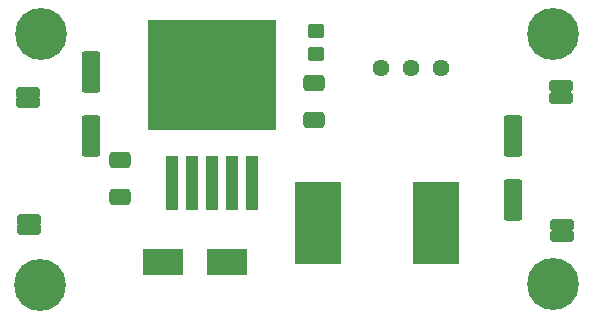
<source format=gbr>
%TF.GenerationSoftware,KiCad,Pcbnew,(6.0.7-1)-1*%
%TF.CreationDate,2022-10-26T21:12:01+02:00*%
%TF.ProjectId,Modulo_LM2596S,4d6f6475-6c6f-45f4-9c4d-32353936532e,rev?*%
%TF.SameCoordinates,Original*%
%TF.FileFunction,Soldermask,Top*%
%TF.FilePolarity,Negative*%
%FSLAX46Y46*%
G04 Gerber Fmt 4.6, Leading zero omitted, Abs format (unit mm)*
G04 Created by KiCad (PCBNEW (6.0.7-1)-1) date 2022-10-26 21:12:01*
%MOMM*%
%LPD*%
G01*
G04 APERTURE LIST*
G04 Aperture macros list*
%AMRoundRect*
0 Rectangle with rounded corners*
0 $1 Rounding radius*
0 $2 $3 $4 $5 $6 $7 $8 $9 X,Y pos of 4 corners*
0 Add a 4 corners polygon primitive as box body*
4,1,4,$2,$3,$4,$5,$6,$7,$8,$9,$2,$3,0*
0 Add four circle primitives for the rounded corners*
1,1,$1+$1,$2,$3*
1,1,$1+$1,$4,$5*
1,1,$1+$1,$6,$7*
1,1,$1+$1,$8,$9*
0 Add four rect primitives between the rounded corners*
20,1,$1+$1,$2,$3,$4,$5,0*
20,1,$1+$1,$4,$5,$6,$7,0*
20,1,$1+$1,$6,$7,$8,$9,0*
20,1,$1+$1,$8,$9,$2,$3,0*%
G04 Aperture macros list end*
%ADD10R,1.100000X4.600000*%
%ADD11R,10.800000X9.400000*%
%ADD12C,0.700000*%
%ADD13C,4.400000*%
%ADD14RoundRect,0.250000X0.750000X-0.250000X0.750000X0.250000X-0.750000X0.250000X-0.750000X-0.250000X0*%
%ADD15C,1.440000*%
%ADD16RoundRect,0.250000X-0.650000X0.412500X-0.650000X-0.412500X0.650000X-0.412500X0.650000X0.412500X0*%
%ADD17RoundRect,0.250000X-0.550000X1.500000X-0.550000X-1.500000X0.550000X-1.500000X0.550000X1.500000X0*%
%ADD18RoundRect,0.250000X0.450000X-0.350000X0.450000X0.350000X-0.450000X0.350000X-0.450000X-0.350000X0*%
%ADD19RoundRect,0.250000X-0.750000X0.250000X-0.750000X-0.250000X0.750000X-0.250000X0.750000X0.250000X0*%
%ADD20R,3.500000X2.300000*%
%ADD21R,4.000000X7.000000*%
G04 APERTURE END LIST*
D10*
%TO.C,U101*%
X165725000Y-83725000D03*
X167425000Y-83725000D03*
X169125000Y-83725000D03*
D11*
X169125000Y-74575000D03*
D10*
X170825000Y-83725000D03*
X172525000Y-83725000D03*
%TD*%
D12*
%TO.C,H104*%
X196783274Y-91133274D03*
X197950000Y-93950000D03*
D13*
X197950000Y-92300000D03*
D12*
X199116726Y-91133274D03*
X196783274Y-93466726D03*
X199600000Y-92300000D03*
X196300000Y-92300000D03*
X197950000Y-90650000D03*
X199116726Y-93466726D03*
%TD*%
%TO.C,H101*%
X153433274Y-69983274D03*
X154600000Y-72800000D03*
X155766726Y-69983274D03*
X153433274Y-72316726D03*
D13*
X154600000Y-71150000D03*
D12*
X156250000Y-71150000D03*
X154600000Y-69500000D03*
X152950000Y-71150000D03*
X155766726Y-72316726D03*
%TD*%
D14*
%TO.C,J106*%
X198700000Y-88200000D03*
%TD*%
%TO.C,J101*%
X153550000Y-76150000D03*
%TD*%
%TO.C,J108*%
X153600000Y-87650000D03*
%TD*%
D12*
%TO.C,H102*%
X196833274Y-69933274D03*
D13*
X198000000Y-71100000D03*
D12*
X196350000Y-71100000D03*
X199166726Y-69933274D03*
X199650000Y-71100000D03*
X199166726Y-72266726D03*
X198000000Y-69450000D03*
X198000000Y-72750000D03*
X196833274Y-72266726D03*
%TD*%
D14*
%TO.C,J103*%
X198650000Y-75550000D03*
%TD*%
D15*
%TO.C,RV101*%
X183425000Y-74025000D03*
X185965000Y-74025000D03*
X188505000Y-74025000D03*
%TD*%
D16*
%TO.C,C102*%
X161350000Y-81812500D03*
X161350000Y-84937500D03*
%TD*%
D17*
%TO.C,C101*%
X158900000Y-74350000D03*
X158900000Y-79750000D03*
%TD*%
D18*
%TO.C,R101*%
X177900000Y-72825000D03*
X177900000Y-70825000D03*
%TD*%
D17*
%TO.C,C103*%
X194600000Y-79750000D03*
X194600000Y-85150000D03*
%TD*%
D12*
%TO.C,H103*%
X153383274Y-91233274D03*
D13*
X154550000Y-92400000D03*
D12*
X155716726Y-93566726D03*
X154550000Y-90750000D03*
X154550000Y-94050000D03*
X153383274Y-93566726D03*
X152900000Y-92400000D03*
X156200000Y-92400000D03*
X155716726Y-91233274D03*
%TD*%
D16*
%TO.C,C104*%
X177775000Y-75287500D03*
X177775000Y-78412500D03*
%TD*%
D19*
%TO.C,J104*%
X153650000Y-86850000D03*
%TD*%
D14*
%TO.C,J102*%
X198700000Y-87250000D03*
%TD*%
D20*
%TO.C,D101*%
X170350000Y-90450000D03*
X164950000Y-90450000D03*
%TD*%
D21*
%TO.C,L101*%
X178100000Y-87100000D03*
X188100000Y-87100000D03*
%TD*%
D14*
%TO.C,J107*%
X198650000Y-76500000D03*
%TD*%
%TO.C,J105*%
X153550000Y-76850000D03*
%TD*%
M02*

</source>
